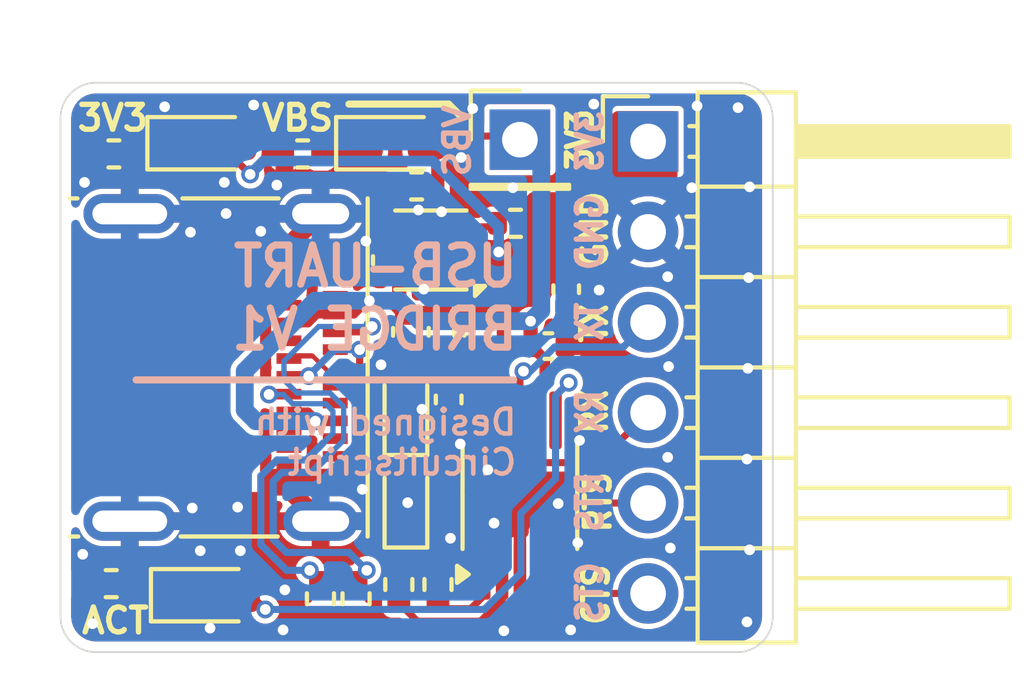
<source format=kicad_pcb>
(kicad_pcb (version 20241229) (generator "pcbnew") (generator_version "9.0")
  (layers (0 "F.Cu" signal) (2 "B.Cu" signal) (13 "F.Paste" user) (15 "B.Paste" user) (5 "F.SilkS" user "F.Silkscreen") (7 "B.SilkS" user "B.Silkscreen") (1 "F.Mask" user) (3 "B.Mask" user) (25 "Edge.Cuts" user))
  (net 0 "")
  (net 1 "/GND")
  (net 2 "/VBUS")
  (net 3 "/3V3")
  (net 4 "/NET-(R1-2)")
  (net 5 "/NET-(R2-2)")
  (net 6 "/D+")
  (net 7 "/D-")
  (net 8 "/NET-(D3-1)")
  (net 9 "/TNOW")
  (net 10 "/RXD")
  (net 11 "/TXD")
  (net 12 "/RTS#")
  (net 13 "/CTS#")
  (net 14 "/NET-(D4-1)")
  (net 15 "/NET-(U2-2)")
  (net 16 "/NET-(D5-1)")
  (net 17 "/NET-(J1-B10)")
  (net 18 "/NET-(J1-A11)")
  (net 19 "/NET-(J1-A2)")
  (net 20 "/NET-(J1-A3)")
  (net 21 "/NET-(J1-B5)")
  (net 22 "/NET-(J1-B3)")
  (net 23 "/NET-(J1-A8)")
  (net 24 "/NET-(J1-B11)")
  (net 25 "/NET-(J1-B2)")
  (net 26 "/NET-(J1-A10)")
  (net 27 "/NET-(J1-A5)")
  (net 28 "/NET-(J1-B8)")
  (net 29 "/NET-(R5-2)")
  (net 30 "/NET-(R4-2)")
  (footprint "Connector_USB:USB_C_Receptacle_Molex_105450-0101" (layer "F.Cu") (at 123 68 -90)
    (property "Reference" "J1" (hide yes))
    (property "Value" "")
    (fp_line (start -4.75 4.235) (end -4.75 4.025) (stroke (width 0.12)) (layer "F.SilkS"))
    (fp_line (start 4.75 4.225) (end 4.75 4) (stroke (width 0.12)) (layer "F.SilkS"))
    (fp_line (start 4.75 1.125) (end 4.75 -1.6) (stroke (width 0.12)) (layer "F.SilkS"))
    (fp_line (start -4.75 -1.625) (end -4.75 1.075) (stroke (width 0.12)) (layer "F.SilkS"))
    (fp_line (start -4.75 -4.125) (end 4.75 -4.125) (stroke (width 0.12)) (layer "F.SilkS"))
    (fp_line (start -3.125 -4.275) (end -2.9 -4.275) (stroke (width 0.12)) (layer "F.SilkS"))
    (pad "A1" smd rect (at -3 -3.215 270) (size 0.3 0.7) (layers "F.Cu" "F.Mask" "F.Paste") (net 1 "/GND"))
    (pad "A2" smd rect (at -2.5 -3.215 270) (size 0.3 0.7) (layers "F.Cu" "F.Mask" "F.Paste") (net 19 "/NET-(J1-A2)"))
    (pad "A3" smd rect (at -2 -3.215 270) (size 0.3 0.7) (layers "F.Cu" "F.Mask" "F.Paste") (net 20 "/NET-(J1-A3)"))
    (pad "A4" smd rect (at -1.5 -3.215 270) (size 0.3 0.7) (layers "F.Cu" "F.Mask" "F.Paste") (net 2 "/VBUS"))
    (pad "A5" smd rect (at -1 -3.215 270) (size 0.3 0.7) (layers "F.Cu" "F.Mask" "F.Paste") (net 27 "/NET-(J1-A5)"))
    (pad "A6" smd rect (at -0.5 -3.215 270) (size 0.3 0.7) (layers "F.Cu" "F.Mask" "F.Paste") (net 6 "/D+"))
    (pad "A7" smd rect (at 0.5 -3.215 270) (size 0.3 0.7) (layers "F.Cu" "F.Mask" "F.Paste") (net 7 "/D-"))
    (pad "A8" smd rect (at 1 -3.215 270) (size 0.3 0.7) (layers "F.Cu" "F.Mask" "F.Paste") (net 23 "/NET-(J1-A8)"))
    (pad "A9" smd rect (at 1.5 -3.215 270) (size 0.3 0.7) (layers "F.Cu" "F.Mask" "F.Paste") (net 2 "/VBUS"))
    (pad "A10" smd rect (at 2 -3.215 270) (size 0.3 0.7) (layers "F.Cu" "F.Mask" "F.Paste") (net 26 "/NET-(J1-A10)"))
    (pad "A11" smd rect (at 2.5 -3.215 270) (size 0.3 0.7) (layers "F.Cu" "F.Mask" "F.Paste") (net 18 "/NET-(J1-A11)"))
    (pad "A12" smd rect (at 3 -3.215 270) (size 0.3 0.7) (layers "F.Cu" "F.Mask" "F.Paste") (net 1 "/GND"))
    (pad "B1" smd rect (at 3.1 -1.915 270) (size 1 0.7) (layers "F.Cu" "F.Mask" "F.Paste") (net 1 "/GND"))
    (pad "B2" smd rect (at 2.25 -1.915 270) (size 0.3 0.7) (layers "F.Cu" "F.Mask" "F.Paste") (net 25 "/NET-(J1-B2)"))
    (pad "B3" smd rect (at 1.75 -1.915 270) (size 0.3 0.7) (layers "F.Cu" "F.Mask" "F.Paste") (net 22 "/NET-(J1-B3)"))
    (pad "B4" smd rect (at 1.25 -1.915 270) (size 0.3 0.7) (layers "F.Cu" "F.Mask" "F.Paste") (net 2 "/VBUS"))
    (pad "B5" smd rect (at 0.75 -1.915 270) (size 0.3 0.7) (layers "F.Cu" "F.Mask" "F.Paste") (net 21 "/NET-(J1-B5)"))
    (pad "B6" smd rect (at 0.25 -1.915 270) (size 0.3 0.7) (layers "F.Cu" "F.Mask" "F.Paste") (net 6 "/D+"))
    (pad "B7" smd rect (at -0.25 -1.915 270) (size 0.3 0.7) (layers "F.Cu" "F.Mask" "F.Paste") (net 7 "/D-"))
    (pad "B8" smd rect (at -0.75 -1.915 270) (size 0.3 0.7) (layers "F.Cu" "F.Mask" "F.Paste") (net 28 "/NET-(J1-B8)"))
    (pad "B9" smd rect (at -1.25 -1.915 270) (size 0.3 0.7) (layers "F.Cu" "F.Mask" "F.Paste") (net 2 "/VBUS"))
    (pad "B10" smd rect (at -1.75 -1.915 270) (size 0.3 0.7) (layers "F.Cu" "F.Mask" "F.Paste") (net 17 "/NET-(J1-B10)"))
    (pad "B11" smd rect (at -2.25 -1.915 270) (size 0.3 0.7) (layers "F.Cu" "F.Mask" "F.Paste") (net 24 "/NET-(J1-B11)"))
    (pad "B12" smd rect (at -3.1 -1.915 270) (size 1 0.7) (layers "F.Cu" "F.Mask" "F.Paste") (net 1 "/GND"))
    (pad "S1" thru_hole oval (at -4.32 -2.805 270) (size 1.1 2.1) (drill oval 0.6 1.6) (property pad_prop_heatsink) (layers "*.Cu" "*.Mask") (net 1 "/GND"))
    (pad "S1" thru_hole oval (at -4.32 2.555 270) (size 1.1 2.6) (drill oval 0.6 2.1) (property pad_prop_heatsink) (layers "*.Cu" "*.Mask") (net 1 "/GND"))
    (pad "S1" thru_hole oval (at 4.32 -2.805 270) (size 1.1 2.1) (drill oval 0.6 1.6) (property pad_prop_heatsink) (layers "*.Cu" "*.Mask") (net 1 "/GND"))
    (pad "S1" thru_hole oval (at 4.32 2.555 270) (size 1.1 2.6) (drill oval 0.6 2.1) (property pad_prop_heatsink) (layers "*.Cu" "*.Mask") (net 1 "/GND"))
    (zone (net 0) (net_name "") (layers "F.Cu" "Dwgs.User") (connect_pads (clearance 0)) (min_thickness 0.254)
      (keepout (tracks not_allowed) (vias not_allowed) (pads not_allowed) (copperpour not_allowed) (footprints not_allowed))
      (fill (thermal_gap 0.508) (thermal_bridge_width 0.508))
      (polygon (pts (xy 118.675 71.5) (xy 118.675 64.5) (xy 124.105 64.5) (xy 124.105 71.5)))
    )
  )
  (footprint "Package_SO:MSOP-10_3x3mm_P0.5mm" (layer "F.Cu") (at 131.4 71.6 90)
    (property "Reference" "U1" (hide yes))
    (property "Value" "")
    (fp_line (start 0 -1.61) (end 1.5 -1.61) (stroke (width 0.12)) (layer "F.SilkS"))
    (fp_line (start 0 -1.61) (end -1.5 -1.61) (stroke (width 0.12)) (layer "F.SilkS"))
    (fp_line (start 0 1.61) (end 1.5 1.61) (stroke (width 0.12)) (layer "F.SilkS"))
    (fp_line (start 0 1.61) (end -1.5 1.61) (stroke (width 0.12)) (layer "F.SilkS"))
    (fp_poly (pts (xy -2.2125 -1.435) (xy -2.4525 -1.765) (xy -1.9725 -1.765)) (stroke (width 0.12)) (fill yes) (layer "F.SilkS"))
    (pad "1" smd roundrect (at -2.1125 -1 90) (size 1.625 0.35) (layers "F.Cu" "F.Mask" "F.Paste") (net 4 "/NET-(R1-2)"))
    (pad "2" smd roundrect (at -2.1125 -0.5 90) (size 1.625 0.35) (layers "F.Cu" "F.Mask" "F.Paste") (net 5 "/NET-(R2-2)"))
    (pad "3" smd roundrect (at -2.1125 0 90) (size 1.625 0.35) (layers "F.Cu" "F.Mask" "F.Paste") (net 1 "/GND"))
    (pad "4" smd roundrect (at -2.1125 0.5 90) (size 1.625 0.35) (layers "F.Cu" "F.Mask" "F.Paste") (net 12 "/RTS#"))
    (pad "5" smd roundrect (at -2.1125 1 90) (size 1.625 0.35) (layers "F.Cu" "F.Mask" "F.Paste") (net 13 "/CTS#"))
    (pad "6" smd roundrect (at 2.1125 1 90) (size 1.625 0.35) (layers "F.Cu" "F.Mask" "F.Paste") (net 9 "/TNOW"))
    (pad "7" smd roundrect (at 2.1125 0.5 90) (size 1.625 0.35) (layers "F.Cu" "F.Mask" "F.Paste") (net 2 "/VBUS"))
    (pad "8" smd roundrect (at 2.1125 0 90) (size 1.625 0.35) (layers "F.Cu" "F.Mask" "F.Paste") (net 11 "/TXD"))
    (pad "9" smd roundrect (at 2.1125 -0.5 90) (size 1.625 0.35) (layers "F.Cu" "F.Mask" "F.Paste") (net 10 "/RXD"))
    (pad "10" smd roundrect (at 2.1125 -1 90) (size 1.625 0.35) (layers "F.Cu" "F.Mask" "F.Paste") (net 3 "/3V3"))
  )
  (footprint "Resistor_SMD:R_0402_1005Metric" (layer "F.Cu") (at 131.275 63.95 180)
    (property "Reference" "R5" (hide yes))
    (property "Value" "5.1k")
    (fp_line (start -0.153641 0.38) (end 0.153641 0.38) (stroke (width 0.12)) (layer "F.SilkS"))
    (fp_line (start -0.153641 -0.38) (end 0.153641 -0.38) (stroke (width 0.12)) (layer "F.SilkS"))
    (pad "1" smd roundrect (at -0.51 0 180) (size 0.54 0.64) (layers "F.Cu" "F.Mask" "F.Paste") (net 3 "/3V3"))
    (pad "2" smd roundrect (at 0.51 0 180) (size 0.54 0.64) (layers "F.Cu" "F.Mask" "F.Paste") (net 29 "/NET-(R5-2)"))
  )
  (footprint "Capacitor_SMD:C_0402_1005Metric" (layer "F.Cu") (at 130.2 67 -90)
    (property "Reference" "C6" (hide yes))
    (property "Value" "1u")
    (fp_line (start -0.107836 0.36) (end 0.107836 0.36) (stroke (width 0.12)) (layer "F.SilkS"))
    (fp_line (start -0.107836 -0.36) (end 0.107836 -0.36) (stroke (width 0.12)) (layer "F.SilkS"))
    (pad "1" smd roundrect (at -0.48 0 270) (size 0.56 0.62) (layers "F.Cu" "F.Mask" "F.Paste") (net 3 "/3V3"))
    (pad "2" smd roundrect (at 0.48 0 270) (size 0.56 0.62) (layers "F.Cu" "F.Mask" "F.Paste") (net 1 "/GND"))
  )
  (footprint "Resistor_SMD:R_0402_1005Metric" (layer "F.Cu") (at 128.5 62.9 180)
    (property "Reference" "R4" (hide yes))
    (property "Value" "5.1k")
    (fp_line (start -0.153641 0.38) (end 0.153641 0.38) (stroke (width 0.12)) (layer "F.SilkS"))
    (fp_line (start -0.153641 -0.38) (end 0.153641 -0.38) (stroke (width 0.12)) (layer "F.SilkS"))
    (pad "1" smd roundrect (at -0.51 0 180) (size 0.54 0.64) (layers "F.Cu" "F.Mask" "F.Paste") (net 2 "/VBUS"))
    (pad "2" smd roundrect (at 0.51 0 180) (size 0.54 0.64) (layers "F.Cu" "F.Mask" "F.Paste") (net 30 "/NET-(R4-2)"))
  )
  (footprint "Capacitor_SMD:C_0402_1005Metric" (layer "F.Cu") (at 129.2 67 -90)
    (property "Reference" "C5" (hide yes))
    (property "Value" "1u")
    (fp_line (start -0.107836 0.36) (end 0.107836 0.36) (stroke (width 0.12)) (layer "F.SilkS"))
    (fp_line (start -0.107836 -0.36) (end 0.107836 -0.36) (stroke (width 0.12)) (layer "F.SilkS"))
    (pad "1" smd roundrect (at -0.48 0 270) (size 0.56 0.62) (layers "F.Cu" "F.Mask" "F.Paste") (net 2 "/VBUS"))
    (pad "2" smd roundrect (at 0.48 0 270) (size 0.56 0.62) (layers "F.Cu" "F.Mask" "F.Paste") (net 1 "/GND"))
  )
  (footprint "Connector_PinHeader_2.54mm:PinHeader_1x06_P2.54mm_Horizontal" (layer "F.Cu") (at 135 61.65)
    (property "Reference" "J2" (hide yes))
    (property "Value" "")
    (fp_line (start -1.27 -1.27) (end 0 -1.27) (stroke (width 0.12)) (layer "F.SilkS"))
    (fp_line (start -1.27 0) (end -1.27 -1.27) (stroke (width 0.12)) (layer "F.SilkS"))
    (fp_line (start 1.077358 2.11) (end 1.39 2.11) (stroke (width 0.12)) (layer "F.SilkS"))
    (fp_line (start 1.077358 2.97) (end 1.39 2.97) (stroke (width 0.12)) (layer "F.SilkS"))
    (fp_line (start 1.077358 4.65) (end 1.39 4.65) (stroke (width 0.12)) (layer "F.SilkS"))
    (fp_line (start 1.077358 5.51) (end 1.39 5.51) (stroke (width 0.12)) (layer "F.SilkS"))
    (fp_line (start 1.077358 7.19) (end 1.39 7.19) (stroke (width 0.12)) (layer "F.SilkS"))
    (fp_line (start 1.077358 8.05) (end 1.39 8.05) (stroke (width 0.12)) (layer "F.SilkS"))
    (fp_line (start 1.077358 9.73) (end 1.39 9.73) (stroke (width 0.12)) (layer "F.SilkS"))
    (fp_line (start 1.077358 10.59) (end 1.39 10.59) (stroke (width 0.12)) (layer "F.SilkS"))
    (fp_line (start 1.077358 12.27) (end 1.39 12.27) (stroke (width 0.12)) (layer "F.SilkS"))
    (fp_line (start 1.077358 13.13) (end 1.39 13.13) (stroke (width 0.12)) (layer "F.SilkS"))
    (fp_line (start 1.16 -0.43) (end 1.39 -0.43) (stroke (width 0.12)) (layer "F.SilkS"))
    (fp_line (start 1.16 0.43) (end 1.39 0.43) (stroke (width 0.12)) (layer "F.SilkS"))
    (fp_line (start 1.39 -1.38) (end 1.39 14.08) (stroke (width 0.12)) (layer "F.SilkS"))
    (fp_line (start 1.39 1.27) (end 4.15 1.27) (stroke (width 0.12)) (layer "F.SilkS"))
    (fp_line (start 1.39 3.81) (end 4.15 3.81) (stroke (width 0.12)) (layer "F.SilkS"))
    (fp_line (start 1.39 6.35) (end 4.15 6.35) (stroke (width 0.12)) (layer "F.SilkS"))
    (fp_line (start 1.39 8.89) (end 4.15 8.89) (stroke (width 0.12)) (layer "F.SilkS"))
    (fp_line (start 1.39 11.43) (end 4.15 11.43) (stroke (width 0.12)) (layer "F.SilkS"))
    (fp_line (start 1.39 14.08) (end 4.15 14.08) (stroke (width 0.12)) (layer "F.SilkS"))
    (fp_line (start 4.15 -1.38) (end 1.39 -1.38) (stroke (width 0.12)) (layer "F.SilkS"))
    (fp_line (start 4.15 2.11) (end 10.15 2.11) (stroke (width 0.12)) (layer "F.SilkS"))
    (fp_line (start 4.15 4.65) (end 10.15 4.65) (stroke (width 0.12)) (layer "F.SilkS"))
    (fp_line (start 4.15 7.19) (end 10.15 7.19) (stroke (width 0.12)) (layer "F.SilkS"))
    (fp_line (start 4.15 9.73) (end 10.15 9.73) (stroke (width 0.12)) (layer "F.SilkS"))
    (fp_line (start 4.15 12.27) (end 10.15 12.27) (stroke (width 0.12)) (layer "F.SilkS"))
    (fp_line (start 4.15 14.08) (end 4.15 -1.38) (stroke (width 0.12)) (layer "F.SilkS"))
    (fp_line (start 10.15 2.11) (end 10.15 2.97) (stroke (width 0.12)) (layer "F.SilkS"))
    (fp_line (start 10.15 2.97) (end 4.15 2.97) (stroke (width 0.12)) (layer "F.SilkS"))
    (fp_line (start 10.15 4.65) (end 10.15 5.51) (stroke (width 0.12)) (layer "F.SilkS"))
    (fp_line (start 10.15 5.51) (end 4.15 5.51) (stroke (width 0.12)) (layer "F.SilkS"))
    (fp_line (start 10.15 7.19) (end 10.15 8.05) (stroke (width 0.12)) (layer "F.SilkS"))
    (fp_line (start 10.15 8.05) (end 4.15 8.05) (stroke (width 0.12)) (layer "F.SilkS"))
    (fp_line (start 10.15 9.73) (end 10.15 10.59) (stroke (width 0.12)) (layer "F.SilkS"))
    (fp_line (start 10.15 10.59) (end 4.15 10.59) (stroke (width 0.12)) (layer "F.SilkS"))
    (fp_line (start 10.15 12.27) (end 10.15 13.13) (stroke (width 0.12)) (layer "F.SilkS"))
    (fp_line (start 10.15 13.13) (end 4.15 13.13) (stroke (width 0.12)) (layer "F.SilkS"))
    (fp_rect (start 4.15 -0.43) (end 10.15 0.43) (stroke (width 0.12)) (fill yes) (layer "F.SilkS"))
    (pad "1" thru_hole rect (at 0 0) (size 1.7 1.7) (drill 1) (layers "*.Cu" "*.Mask") (net 3 "/3V3"))
    (pad "2" thru_hole circle (at 0 2.54) (size 1.7 1.7) (drill 1) (layers "*.Cu" "*.Mask") (net 1 "/GND"))
    (pad "3" thru_hole circle (at 0 5.08) (size 1.7 1.7) (drill 1) (layers "*.Cu" "*.Mask") (net 11 "/TXD"))
    (pad "4" thru_hole circle (at 0 7.62) (size 1.7 1.7) (drill 1) (layers "*.Cu" "*.Mask") (net 10 "/RXD"))
    (pad "5" thru_hole circle (at 0 10.16) (size 1.7 1.7) (drill 1) (layers "*.Cu" "*.Mask") (net 12 "/RTS#"))
    (pad "6" thru_hole circle (at 0 12.7) (size 1.7 1.7) (drill 1) (layers "*.Cu" "*.Mask") (net 13 "/CTS#"))
  )
  (footprint "Resistor_SMD:R_0402_1005Metric" (layer "F.Cu") (at 125.3 62 180)
    (property "Reference" "R7" (hide yes))
    (property "Value" "5.1k")
    (fp_line (start -0.153641 0.38) (end 0.153641 0.38) (stroke (width 0.12)) (layer "F.SilkS"))
    (fp_line (start -0.153641 -0.38) (end 0.153641 -0.38) (stroke (width 0.12)) (layer "F.SilkS"))
    (pad "1" smd roundrect (at -0.51 0 180) (size 0.54 0.64) (layers "F.Cu" "F.Mask" "F.Paste") (net 16 "/NET-(D5-1)"))
    (pad "2" smd roundrect (at 0.51 0 180) (size 0.54 0.64) (layers "F.Cu" "F.Mask" "F.Paste") (net 1 "/GND"))
  )
  (footprint "Capacitor_SMD:C_0402_1005Metric" (layer "F.Cu") (at 129.4 68.9 -90)
    (property "Reference" "C3" (hide yes))
    (property "Value" "100n")
    (fp_line (start -0.107836 0.36) (end 0.107836 0.36) (stroke (width 0.12)) (layer "F.SilkS"))
    (fp_line (start -0.107836 -0.36) (end 0.107836 -0.36) (stroke (width 0.12)) (layer "F.SilkS"))
    (pad "1" smd roundrect (at -0.48 0 270) (size 0.56 0.62) (layers "F.Cu" "F.Mask" "F.Paste") (net 3 "/3V3"))
    (pad "2" smd roundrect (at 0.48 0 270) (size 0.56 0.62) (layers "F.Cu" "F.Mask" "F.Paste") (net 1 "/GND"))
  )
  (footprint "Package_SON:WSON-6-1EP_2x2mm_P0.65mm_EP1x1.6mm_ThermalVias" (layer "F.Cu") (at 128.9 64.7 180)
    (property "Reference" "U2" (hide yes))
    (property "Value" "")
    (fp_line (start -1 1.11) (end 1 1.11) (stroke (width 0.12)) (layer "F.SilkS"))
    (fp_line (start -1 -1.11) (end 1 -1.11) (stroke (width 0.12)) (layer "F.SilkS"))
    (fp_poly (pts (xy -1.24 -1.01) (xy -1.52 -1.01) (xy -1.24 -1.29)) (stroke (width 0.12)) (fill yes) (layer "F.SilkS"))
    (pad "1" smd roundrect (at -0.8875 -0.65 180) (size 0.375 0.4) (layers "F.Cu" "F.Mask" "F.Paste") (net 3 "/3V3"))
    (pad "2" smd roundrect (at -0.8875 0 180) (size 0.375 0.4) (layers "F.Cu" "F.Mask" "F.Paste") (net 15 "/NET-(U2-2)"))
    (pad "3" smd roundrect (at -0.8875 0.65 180) (size 0.375 0.4) (layers "F.Cu" "F.Mask" "F.Paste") (net 29 "/NET-(R5-2)"))
    (pad "4" smd roundrect (at 0.8875 0.65 180) (size 0.375 0.4) (layers "F.Cu" "F.Mask" "F.Paste") (net 30 "/NET-(R4-2)"))
    (pad "5" smd roundrect (at 0.8875 0 180) (size 0.375 0.4) (layers "F.Cu" "F.Mask" "F.Paste") (net 1 "/GND"))
    (pad "6" smd roundrect (at 0.8875 -0.65 180) (size 0.375 0.4) (layers "F.Cu" "F.Mask" "F.Paste") (net 2 "/VBUS"))
    (pad "7" smd rect (at 0 0 180) (size 1 1.6) (property pad_prop_heatsink) (layers "F.Cu" "F.Mask") (net 1 "/GND"))
  )
  (footprint "Resistor_SMD:R_0402_1005Metric" (layer "F.Cu") (at 120 62 180)
    (property "Reference" "R6" (hide yes))
    (property "Value" "5.1k")
    (fp_line (start -0.153641 0.38) (end 0.153641 0.38) (stroke (width 0.12)) (layer "F.SilkS"))
    (fp_line (start -0.153641 -0.38) (end 0.153641 -0.38) (stroke (width 0.12)) (layer "F.SilkS"))
    (pad "1" smd roundrect (at -0.51 0 180) (size 0.54 0.64) (layers "F.Cu" "F.Mask" "F.Paste") (net 14 "/NET-(D4-1)"))
    (pad "2" smd roundrect (at 0.51 0 180) (size 0.54 0.64) (layers "F.Cu" "F.Mask" "F.Paste") (net 1 "/GND"))
  )
  (footprint "Connector_PinHeader_2.54mm:PinHeader_1x01_P2.54mm_Vertical" (layer "F.Cu") (at 131.4 61.6)
    (property "Reference" "J3" (hide yes))
    (property "Value" "")
    (fp_line (start -1.38 -1.38) (end 0 -1.38) (stroke (width 0.12)) (layer "F.SilkS"))
    (fp_line (start -1.38 0) (end -1.38 -1.38) (stroke (width 0.12)) (layer "F.SilkS"))
    (fp_line (start -1.38 1.27) (end -1.38 1.38) (stroke (width 0.12)) (layer "F.SilkS"))
    (fp_line (start -1.38 1.27) (end 1.38 1.27) (stroke (width 0.12)) (layer "F.SilkS"))
    (fp_line (start -1.38 1.38) (end 1.38 1.38) (stroke (width 0.12)) (layer "F.SilkS"))
    (fp_line (start 1.38 1.27) (end 1.38 1.38) (stroke (width 0.12)) (layer "F.SilkS"))
    (pad "1" thru_hole rect (at 0 0) (size 1.7 1.7) (drill 1) (layers "*.Cu" "*.Mask") (net 2 "/VBUS"))
  )
  (footprint "Resistor_SMD:R_0402_1005Metric" (layer "F.Cu") (at 125.8 74.5 -90)
    (property "Reference" "R9" (hide yes))
    (property "Value" "5.1k")
    (fp_line (start -0.153641 0.38) (end 0.153641 0.38) (stroke (width 0.12)) (layer "F.SilkS"))
    (fp_line (start -0.153641 -0.38) (end 0.153641 -0.38) (stroke (width 0.12)) (layer "F.SilkS"))
    (pad "1" smd roundrect (at -0.51 0 270) (size 0.54 0.64) (layers "F.Cu" "F.Mask" "F.Paste") (net 21 "/NET-(J1-B5)"))
    (pad "2" smd roundrect (at 0.51 0 270) (size 0.54 0.64) (layers "F.Cu" "F.Mask" "F.Paste") (net 1 "/GND"))
  )
  (footprint "Resistor_SMD:R_0402_1005Metric" (layer "F.Cu") (at 128 74.1 -90)
    (property "Reference" "R2" (hide yes))
    (property "Value" "0")
    (fp_line (start -0.153641 0.38) (end 0.153641 0.38) (stroke (width 0.12)) (layer "F.SilkS"))
    (fp_line (start -0.153641 -0.38) (end 0.153641 -0.38) (stroke (width 0.12)) (layer "F.SilkS"))
    (pad "1" smd roundrect (at -0.51 0 270) (size 0.54 0.64) (layers "F.Cu" "F.Mask" "F.Paste") (net 7 "/D-"))
    (pad "2" smd roundrect (at 0.51 0 270) (size 0.54 0.64) (layers "F.Cu" "F.Mask" "F.Paste") (net 5 "/NET-(R2-2)"))
  )
  (footprint "LED_SMD:LED_0603_1608Metric_Pad1.05x0.95mm_HandSolder" (layer "F.Cu") (at 127.9 61.7)
    (property "Reference" "D5" (hide yes))
    (property "Value" "")
    (fp_line (start -1.66 -0.735) (end -1.66 0.735) (stroke (width 0.12)) (layer "F.SilkS"))
    (fp_line (start -1.66 0.735) (end 0.8 0.735) (stroke (width 0.12)) (layer "F.SilkS"))
    (fp_line (start 0.8 -0.735) (end -1.66 -0.735) (stroke (width 0.12)) (layer "F.SilkS"))
    (pad "1" smd roundrect (at -0.875 0) (size 1.05 0.95) (layers "F.Cu" "F.Mask" "F.Paste") (net 16 "/NET-(D5-1)"))
    (pad "2" smd roundrect (at 0.875 0) (size 1.05 0.95) (layers "F.Cu" "F.Mask" "F.Paste") (net 2 "/VBUS"))
  )
  (footprint "Diode_SMD:D_SOD-523" (layer "F.Cu") (at 128.2 71.8 90)
    (property "Reference" "D2" (hide yes))
    (property "Value" "")
    (fp_line (start 0.7 -0.6) (end -1.26 -0.6) (stroke (width 0.12)) (layer "F.SilkS"))
    (fp_line (start -1.26 -0.6) (end -1.26 0.6) (stroke (width 0.12)) (layer "F.SilkS"))
    (fp_line (start 0.7 0.6) (end -1.26 0.6) (stroke (width 0.12)) (layer "F.SilkS"))
    (pad "1" smd roundrect (at -0.7 0 270) (size 0.6 0.7) (layers "F.Cu" "F.Mask" "F.Paste") (net 7 "/D-"))
    (pad "2" smd roundrect (at 0.7 0 270) (size 0.6 0.7) (layers "F.Cu" "F.Mask" "F.Paste") (net 1 "/GND"))
  )
  (footprint "Capacitor_SMD:C_0402_1005Metric" (layer "F.Cu") (at 128.2 67 -90)
    (property "Reference" "C1" (hide yes))
    (property "Value" "100n")
    (fp_line (start -0.107836 0.36) (end 0.107836 0.36) (stroke (width 0.12)) (layer "F.SilkS"))
    (fp_line (start -0.107836 -0.36) (end 0.107836 -0.36) (stroke (width 0.12)) (layer "F.SilkS"))
    (pad "1" smd roundrect (at -0.48 0 270) (size 0.56 0.62) (layers "F.Cu" "F.Mask" "F.Paste") (net 2 "/VBUS"))
    (pad "2" smd roundrect (at 0.48 0 270) (size 0.56 0.62) (layers "F.Cu" "F.Mask" "F.Paste") (net 1 "/GND"))
  )
  (footprint "Capacitor_SMD:C_0402_1005Metric" (layer "F.Cu") (at 132.7 65.8 -90)
    (property "Reference" "C4" (hide yes))
    (property "Value" "100n")
    (fp_line (start -0.107836 0.36) (end 0.107836 0.36) (stroke (width 0.12)) (layer "F.SilkS"))
    (fp_line (start -0.107836 -0.36) (end 0.107836 -0.36) (stroke (width 0.12)) (layer "F.SilkS"))
    (pad "1" smd roundrect (at -0.48 0 270) (size 0.56 0.62) (layers "F.Cu" "F.Mask" "F.Paste") (net 3 "/3V3"))
    (pad "2" smd roundrect (at 0.48 0 270) (size 0.56 0.62) (layers "F.Cu" "F.Mask" "F.Paste") (net 1 "/GND"))
  )
  (footprint "LED_SMD:LED_0603_1608Metric_Pad1.05x0.95mm_HandSolder" (layer "F.Cu") (at 122.7 74.4)
    (property "Reference" "D3" (hide yes))
    (property "Value" "")
    (fp_line (start -1.66 -0.735) (end -1.66 0.735) (stroke (width 0.12)) (layer "F.SilkS"))
    (fp_line (start -1.66 0.735) (end 0.8 0.735) (stroke (width 0.12)) (layer "F.SilkS"))
    (fp_line (start 0.8 -0.735) (end -1.66 -0.735) (stroke (width 0.12)) (layer "F.SilkS"))
    (pad "1" smd roundrect (at -0.875 0) (size 1.05 0.95) (layers "F.Cu" "F.Mask" "F.Paste") (net 8 "/NET-(D3-1)"))
    (pad "2" smd roundrect (at 0.875 0) (size 1.05 0.95) (layers "F.Cu" "F.Mask" "F.Paste") (net 9 "/TNOW"))
  )
  (footprint "Resistor_SMD:R_0402_1005Metric" (layer "F.Cu") (at 126.8 74.5 -90)
    (property "Reference" "R8" (hide yes))
    (property "Value" "5.1k")
    (fp_line (start -0.153641 0.38) (end 0.153641 0.38) (stroke (width 0.12)) (layer "F.SilkS"))
    (fp_line (start -0.153641 -0.38) (end 0.153641 -0.38) (stroke (width 0.12)) (layer "F.SilkS"))
    (pad "1" smd roundrect (at -0.51 0 270) (size 0.54 0.64) (layers "F.Cu" "F.Mask" "F.Paste") (net 27 "/NET-(J1-A5)"))
    (pad "2" smd roundrect (at 0.51 0 270) (size 0.54 0.64) (layers "F.Cu" "F.Mask" "F.Paste") (net 1 "/GND"))
  )
  (footprint "Diode_SMD:D_SOD-523" (layer "F.Cu") (at 128.2 69.2 90)
    (property "Reference" "D1" (hide yes))
    (property "Value" "")
    (fp_line (start 0.7 -0.6) (end -1.26 -0.6) (stroke (width 0.12)) (layer "F.SilkS"))
    (fp_line (start -1.26 -0.6) (end -1.26 0.6) (stroke (width 0.12)) (layer "F.SilkS"))
    (fp_line (start 0.7 0.6) (end -1.26 0.6) (stroke (width 0.12)) (layer "F.SilkS"))
    (pad "1" smd roundrect (at -0.7 0 270) (size 0.6 0.7) (layers "F.Cu" "F.Mask" "F.Paste") (net 6 "/D+"))
    (pad "2" smd roundrect (at 0.7 0 270) (size 0.6 0.7) (layers "F.Cu" "F.Mask" "F.Paste") (net 1 "/GND"))
  )
  (footprint "LED_SMD:LED_0603_1608Metric_Pad1.05x0.95mm_HandSolder" (layer "F.Cu") (at 122.6 61.7)
    (property "Reference" "D4" (hide yes))
    (property "Value" "")
    (fp_line (start -1.66 -0.735) (end -1.66 0.735) (stroke (width 0.12)) (layer "F.SilkS"))
    (fp_line (start -1.66 0.735) (end 0.8 0.735) (stroke (width 0.12)) (layer "F.SilkS"))
    (fp_line (start 0.8 -0.735) (end -1.66 -0.735) (stroke (width 0.12)) (layer "F.SilkS"))
    (pad "1" smd roundrect (at -0.875 0) (size 1.05 0.95) (layers "F.Cu" "F.Mask" "F.Paste") (net 14 "/NET-(D4-1)"))
    (pad "2" smd roundrect (at 0.875 0) (size 1.05 0.95) (layers "F.Cu" "F.Mask" "F.Paste") (net 3 "/3V3"))
  )
  (footprint "Resistor_SMD:R_0402_1005Metric" (layer "F.Cu") (at 129.1 74.1 -90)
    (property "Reference" "R1" (hide yes))
    (property "Value" "0")
    (fp_line (start -0.153641 0.38) (end 0.153641 0.38) (stroke (width 0.12)) (layer "F.SilkS"))
    (fp_line (start -0.153641 -0.38) (end 0.153641 -0.38) (stroke (width 0.12)) (layer "F.SilkS"))
    (pad "1" smd roundrect (at -0.51 0 270) (size 0.54 0.64) (layers "F.Cu" "F.Mask" "F.Paste") (net 6 "/D+"))
    (pad "2" smd roundrect (at 0.51 0 270) (size 0.54 0.64) (layers "F.Cu" "F.Mask" "F.Paste") (net 4 "/NET-(R1-2)"))
  )
  (footprint "Resistor_SMD:R_0402_1005Metric" (layer "F.Cu") (at 119.925 74.075 180)
    (property "Reference" "R3" (hide yes))
    (property "Value" "5.1k")
    (fp_line (start -0.153641 0.38) (end 0.153641 0.38) (stroke (width 0.12)) (layer "F.SilkS"))
    (fp_line (start -0.153641 -0.38) (end 0.153641 -0.38) (stroke (width 0.12)) (layer "F.SilkS"))
    (pad "1" smd roundrect (at -0.51 0 180) (size 0.54 0.64) (layers "F.Cu" "F.Mask" "F.Paste") (net 8 "/NET-(D3-1)"))
    (pad "2" smd roundrect (at 0.51 0 180) (size 0.54 0.64) (layers "F.Cu" "F.Mask" "F.Paste") (net 1 "/GND"))
  )
  (footprint "Capacitor_SMD:C_0402_1005Metric" (layer "F.Cu") (at 132.2 67.4)
    (property "Reference" "C2" (hide yes))
    (property "Value" "100n")
    (fp_line (start -0.107836 -0.36) (end 0.107836 -0.36) (stroke (width 0.12)) (layer "F.SilkS"))
    (fp_line (start -0.107836 0.36) (end 0.107836 0.36) (stroke (width 0.12)) (layer "F.SilkS"))
    (pad "1" smd roundrect (at -0.48 0) (size 0.56 0.62) (layers "F.Cu" "F.Mask" "F.Paste") (net 2 "/VBUS"))
    (pad "2" smd roundrect (at 0.48 0) (size 0.56 0.62) (layers "F.Cu" "F.Mask" "F.Paste") (net 1 "/GND"))
  )
  (gr_line (start 126.6 60.6) (end 129.4 60.6) (stroke (width 0.2)) (layer "F.SilkS"))
  (gr_line (start 129.4 60.6) (end 129.7 60.9) (stroke (width 0.2)) (layer "F.SilkS"))
  (gr_line (start 131.225 68.35) (end 120.625 68.35) (stroke (width 0.2)) (layer "B.SilkS"))
  (gr_line (start 138.5 61) (end 138.5 75) (stroke (width 0.05)) (layer "Edge.Cuts"))
  (gr_arc (start 137.5 60) (mid 138.207107 60.292893) (end 138.5 61) (stroke (width 0.05)) (layer "Edge.Cuts"))
  (gr_line (start 119.5 60) (end 137.5 60) (stroke (width 0.05)) (layer "Edge.Cuts"))
  (gr_line (start 118.5 75) (end 118.5 61) (stroke (width 0.05)) (layer "Edge.Cuts"))
  (gr_line (start 137.5 76) (end 119.5 76) (stroke (width 0.05)) (layer "Edge.Cuts"))
  (gr_arc (start 119.5 76) (mid 118.792893 75.707107) (end 118.5 75) (stroke (width 0.05)) (layer "Edge.Cuts"))
  (gr_arc (start 118.5 61) (mid 118.792893 60.292893) (end 119.5 60) (stroke (width 0.05)) (layer "Edge.Cuts"))
  (gr_arc (start 138.5 75) (mid 138.207107 75.707107) (end 137.5 76) (stroke (width 0.05)) (layer "Edge.Cuts"))
  (gr_text "TX" (at 133.9 67.375 90) (layer "F.SilkS") (effects (font (size 0.7 0.6) (thickness 0.15) (bold yes)) (justify left bottom)))
  (gr_text "ACT" (at 119.025 75.525 0) (layer "F.SilkS") (effects (font (size 0.7 0.7) (thickness 0.15) (bold yes)) (justify left bottom)))
  (gr_text "GND" (at 133.9 65.3 90) (layer "F.SilkS") (effects (font (size 0.7 0.7) (thickness 0.15) (bold yes)) (justify left bottom)))
  (gr_text "VBS" (at 124.075 61.4 0) (layer "F.SilkS") (effects (font (size 0.7 0.7) (thickness 0.15) (bold yes)) (justify left bottom)))
  (gr_text "CTS" (at 133.95 75.3 90) (layer "F.SilkS") (effects (font (size 0.7 0.6) (thickness 0.15) (bold yes)) (justify left bottom)))
  (gr_text "RTS" (at 134 72.7 90) (layer "F.SilkS") (effects (font (size 0.7 0.6) (thickness 0.15) (bold yes)) (justify left bottom)))
  (gr_text "RX" (at 133.9 69.925 90) (layer "F.SilkS") (effects (font (size 0.7 0.6) (thickness 0.15) (bold yes)) (justify left bottom)))
  (gr_text "3V3" (at 133.5 62.525 90) (layer "F.SilkS") (effects (font (size 0.7 0.6) (thickness 0.15) (bold yes)) (justify left bottom)))
  (gr_text "3V3" (at 118.9 61.4 0) (layer "F.SilkS") (effects (font (size 0.7 0.7) (thickness 0.15) (bold yes)) (justify left bottom)))
  (gr_text "VBS" (at 130.05 60.55 90) (layer "B.SilkS") (effects (font (size 0.7 0.7) (thickness 0.15) (bold yes)) (justify left bottom mirror)))
  (gr_text "RTS" (at 133.775 70.867857 90) (layer "B.SilkS") (effects (font (size 0.7 0.6) (thickness 0.15) (bold yes)) (justify left bottom mirror)))
  (gr_text "3V3" (at 133.775 60.725 90) (layer "B.SilkS") (effects (font (size 0.7 0.6) (thickness 0.15) (bold yes)) (justify left bottom mirror)))
  (gr_text "Designed with\nCircuitscript" (at 131.375 71.075 0) (layer "B.SilkS") (effects (font (size 0.7 0.7) (thickness 0.127) (bold yes)) (justify left bottom mirror)))
  (gr_text "CTS" (at 133.775 73.4 90) (layer "B.SilkS") (effects (font (size 0.7 0.6) (thickness 0.15) (bold yes)) (justify left bottom mirror)))
  (gr_text "USB-UART\nBRIDGE V1" (at 131.425 67.575 0) (layer "B.SilkS") (effects (font (size 1.1 1) (thickness 0.2) (bold yes)) (justify left bottom mirror)))
  (gr_text "GND" (at 133.775 63.029049 90) (layer "B.SilkS") (effects (font (size 0.7 0.7) (thickness 0.15) (bold yes)) (justify left bottom mirror)))
  (gr_text "TX" (at 133.775 66.103572 90) (layer "B.SilkS") (effects (font (size 0.7 0.6) (thickness 0.15) (bold yes)) (justify left bottom mirror)))
  (gr_text "RX" (at 133.775 68.564286 90) (layer "B.SilkS") (effects (font (size 0.7 0.6) (thickness 0.15) (bold yes)) (justify left bottom mirror)))
  (segment (start 128.2 68.325) (end 127.8 67.925) (width 0.2) (layer "F.Cu") (net 1))
  (segment (start 124.915 71.1) (end 124.915 71.43) (width 0.5) (layer "F.Cu") (net 1))
  (segment (start 128.2 68.5) (end 128.2 68.325) (width 0.2) (layer "F.Cu") (net 1))
  (segment (start 124.915 64.57) (end 125.805 63.68) (width 0.5) (layer "F.Cu") (net 1))
  (segment (start 127.8 67.925) (end 127.5 67.925) (width 0.2) (layer "F.Cu") (net 1))
  (segment (start 124.915 64.9) (end 124.915 64.57) (width 0.5) (layer "F.Cu") (net 1))
  (segment (start 124.915 71.43) (end 125.805 72.32) (width 0.5) (layer "F.Cu") (net 1))
  (via (at 119.175 62.8) (size 0.5) (drill 0.3) (layers "F.Cu" "B.Cu") (net 1))
  (via (at 123.925 60.625) (size 0.5) (drill 0.3) (layers "F.Cu" "B.Cu") (net 1))
  (via (at 123.55 73.15) (size 0.5) (drill 0.3) (layers "F.Cu" "B.Cu") (net 1))
  (via (at 127.5 67.925) (size 0.5) (drill 0.3) (layers "F.Cu" "B.Cu") (net 1))
  (via (at 137.85 62.925) (size 0.5) (drill 0.3) (layers "F.Cu" "B.Cu") (net 1))
  (via (at 121.425 60.675) (size 0.5) (drill 0.3) (layers "F.Cu" "B.Cu") (net 1))
  (via (at 128.25 71.8) (size 0.5) (drill 0.3) (layers "F.Cu" "B.Cu") (net 1))
  (via (at 129.2 63.625) (size 0.5) (drill 0.3) (layers "F.Cu" "B.Cu") (net 1))
  (via (at 122.2 71.95) (size 0.5) (drill 0.3) (layers "F.Cu" "B.Cu") (net 1))
  (via (at 122.15 64.2) (size 0.5) (drill 0.3) (layers "F.Cu" "B.Cu") (net 1))
  (via (at 128.55 63.575) (size 0.5) (drill 0.3) (layers "F.Cu" "B.Cu") (net 1))
  (via (at 130.95 75.4) (size 0.5) (drill 0.3) (layers "F.Cu" "B.Cu") (net 1))
  (via (at 130.5 70.875) (size 0.5) (drill 0.3) (layers "F.Cu" "B.Cu") (net 1))
  (via (at 129.725 70.15) (size 0.5) (drill 0.3) (layers "F.Cu" "B.Cu") (net 1))
  (via (at 136.225 62.95) (size 0.5) (drill 0.3) (layers "F.Cu" "B.Cu") (net 1))
  (via (at 133.475 60.6) (size 0.5) (drill 0.3) (layers "F.Cu" "B.Cu") (net 1))
  (via (at 129.75 62.1) (size 0.5) (drill 0.3) (layers "F.Cu" "B.Cu") (net 1))
  (via (at 122.425 73.15) (size 0.5) (drill 0.3) (layers "F.Cu" "B.Cu") (net 1))
  (via (at 122.7 75.325) (size 0.5) (drill 0.3) (layers "F.Cu" "B.Cu") (net 1))
  (via (at 128.65 69.175) (size 0.5) (drill 0.3) (layers "F.Cu" "B.Cu") (net 1))
  (via (at 135.55 65.45) (size 0.5) (drill 0.3) (layers "F.Cu" "B.Cu") (net 1))
  (via (at 124.75 75.375) (size 0.5) (drill 0.3) (layers "F.Cu" "B.Cu") (net 1))
  (via (at 137.825 65.475) (size 0.5) (drill 0.3) (layers "F.Cu" "B.Cu") (net 1))
  (via (at 119.125 73.25) (size 0.5) (drill 0.3) (layers "F.Cu" "B.Cu") (net 1))
  (via (at 126.975 71.425) (size 0.5) (drill 0.3) (layers "F.Cu" "B.Cu") (net 1))
  (via (at 137.525 60.7) (size 0.5) (drill 0.3) (layers "F.Cu" "B.Cu") (net 1))
  (via (at 128.7 65.8) (size 0.5) (drill 0.3) (layers "F.Cu" "B.Cu") (net 1))
  (via (at 124.575 62.875) (size 0.5) (drill 0.3) (layers "F.Cu" "B.Cu") (net 1))
  (via (at 130.075 60.725) (size 0.5) (drill 0.3) (layers "F.Cu" "B.Cu") (net 1))
  (via (at 135.575 67.975) (size 0.5) (drill 0.3) (layers "F.Cu" "B.Cu") (net 1))
  (via (at 136.375 60.65) (size 0.5) (drill 0.3) (layers "F.Cu" "B.Cu") (net 1))
  (via (at 127.075 64.45) (size 0.5) (drill 0.3) (layers "F.Cu" "B.Cu") (net 1))
  (via (at 123.475 71.925) (size 0.5) (drill 0.3) (layers "F.Cu" "B.Cu") (net 1))
  (via (at 119.4 75.2) (size 0.5) (drill 0.3) (layers "F.Cu" "B.Cu") (net 1))
  (via (at 132.825 75.375) (size 0.5) (drill 0.3) (layers "F.Cu" "B.Cu") (net 1))
  (via (at 137.775 75.15) (size 0.5) (drill 0.3) (layers "F.Cu" "B.Cu") (net 1))
  (via (at 131.2 62.95) (size 0.5) (drill 0.3) (layers "F.Cu" "B.Cu") (net 1))
  (via (at 135.55 70.525) (size 0.5) (drill 0.3) (layers "F.Cu" "B.Cu") (net 1))
  (via (at 135.625 73.075) (size 0.5) (drill 0.3) (layers "F.Cu" "B.Cu") (net 1))
  (via (at 124.8 74.25) (size 0.5) (drill 0.3) (layers "F.Cu" "B.Cu") (net 1))
  (via (at 132.475 71.825) (size 0.5) (drill 0.3) (layers "F.Cu" "B.Cu") (net 1))
  (via (at 137.775 70.575) (size 0.5) (drill 0.3) (layers "F.Cu" "B.Cu") (net 1))
  (via (at 137.8 68.025) (size 0.5) (drill 0.3) (layers "F.Cu" "B.Cu") (net 1))
  (via (at 130.675 72.375) (size 0.5) (drill 0.3) (layers "F.Cu" "B.Cu") (net 1))
  (via (at 133.025 72.925) (size 0.5) (drill 0.3) (layers "F.Cu" "B.Cu") (net 1))
  (via (at 129.45 72.8) (size 0.5) (drill 0.3) (layers "F.Cu" "B.Cu") (net 1))
  (via (at 133.075 70.05) (size 0.5) (drill 0.3) (layers "F.Cu" "B.Cu") (net 1))
  (via (at 133.625 65.825) (size 0.5) (drill 0.3) (layers "F.Cu" "B.Cu") (net 1))
  (via (at 124.125 64.175) (size 0.5) (drill 0.3) (layers "F.Cu" "B.Cu") (net 1))
  (via (at 123.15 63.675) (size 0.5) (drill 0.3) (layers "F.Cu" "B.Cu") (net 1))
  (via (at 123.1 62.8) (size 0.5) (drill 0.3) (layers "F.Cu" "B.Cu") (net 1))
  (via (at 137.85 73.125) (size 0.5) (drill 0.3) (layers "F.Cu" "B.Cu") (net 1))
  (segment (start 132.1 67.78) (end 131.72 67.4) (width 0.3) (layer "F.Cu") (net 2))
  (segment (start 127.11308 66.125) (end 126.73808 66.5) (width 0.25) (layer "F.Cu") (net 2))
  (segment (start 131.7 66.7) (end 131.7 67.38) (width 0.4) (layer "F.Cu") (net 2))
  (segment (start 124.915 66.75) (end 125.45 66.75) (width 0.25) (layer "F.Cu") (net 2))
  (segment (start 128.575 61.5) (end 131.2 61.5) (width 0.2) (layer "F.Cu") (net 2))
  (segment (start 129.2 66.52) (end 128.2 66.52) (width 0.5) (layer "F.Cu") (net 2))
  (segment (start 129.01 62.9) (end 129.01 61.935) (width 0.2) (layer "F.Cu") (net 2))
  (segment (start 125.708651 69.5) (end 126.215 69.5) (width 0.25) (layer "F.Cu") (net 2))
  (segment (start 127.805 66.125) (end 128.2 66.52) (width 0.4) (layer "F.Cu") (net 2))
  (segment (start 132.1 68.423152) (end 132.1 67.78) (width 0.3) (layer "F.Cu") (net 2))
  (segment (start 129.01 61.935) (end 128.575 61.5) (width 0.2) (layer "F.Cu") (net 2))
  (segment (start 131.7 67.38) (end 131.72 67.4) (width 0.4) (layer "F.Cu") (net 2))
  (segment (start 131.924 69.4635) (end 131.924 68.599152) (width 0.3) (layer "F.Cu") (net 2))
  (segment (start 126.73808 66.5) (end 126.215 66.5) (width 0.25) (layer "F.Cu") (net 2))
  (segment (start 131.9 69.4875) (end 131.924 69.4635) (width 0.3) (layer "F.Cu") (net 2))
  (segment (start 125.45 69.25) (end 124.915 69.25) (width 0.25) (layer "F.Cu") (net 2))
  (segment (start 131.2 61.5) (end 131.3 61.6) (width 0.2) (layer "F.Cu") (net 2))
  (segment (start 125.695008 69.486357) (end 125.708651 69.5) (width 0.25) (layer "F.Cu") (net 2))
  (segment (start 128.0125 66.3325) (end 128.2 66.52) (width 0.4) (layer "F.Cu") (net 2))
  (segment (start 127.175 66.125) (end 127.11308 66.125) (width 0.25) (layer "F.Cu") (net 2))
  (segment (start 125.7 66.5) (end 126.215 66.5) (width 0.25) (layer "F.Cu") (net 2))
  (segment (start 128.0125 65.35) (end 128.0125 66.3325) (width 0.4) (layer "F.Cu") (net 2))
  (segment (start 126.215 69.5) (end 125.7 69.5) (width 0.25) (layer "F.Cu") (net 2))
  (segment (start 127.175 66.125) (end 127.805 66.125) (width 0.4) (layer "F.Cu") (net 2))
  (segment (start 125.67808 69.486357) (end 125.695008 69.486357) (width 0.25) (layer "F.Cu") (net 2))
  (segment (start 125.654687 69.50975) (end 125.67808 69.486357) (width 0.25) (layer "F.Cu") (net 2))
  (segment (start 125.45 66.75) (end 125.7 66.5) (width 0.25) (layer "F.Cu") (net 2))
  (segment (start 125.7 69.5) (end 125.45 69.25) (width 0.25) (layer "F.Cu") (net 2))
  (segment (start 131.924 68.599152) (end 132.1 68.423152) (width 0.3) (layer "F.Cu") (net 2))
  (via (at 125.654687 69.50975) (size 0.5) (drill 0.3) (layers "F.Cu" "B.Cu") (net 2))
  (via (at 127.175 66.125) (size 0.5) (drill 0.3) (layers "F.Cu" "B.Cu") (net 2))
  (via (at 131.7 66.7) (size 0.5) (drill 0.3) (layers "F.Cu" "B.Cu") (net 2))
  (segment (start 128.6 66.7) (end 128.025 66.125) (width 0.5) (layer "B.Cu") (net 2))
  (segment (start 123.675 68.1) (end 125.65 66.125) (width 0.5) (layer "B.Cu") (net 2))
  (segment (start 131.7 66.7) (end 132 66.4) (width 0.5) (layer "B.Cu") (net 2))
  (segment (start 125.654687 69.50975) (end 123.98475 69.50975) (width 0.5) (layer "B.Cu") (net 2))
  (segment (start 125.65 66.125) (end 127.175 66.125) (width 0.5) (layer "B.Cu") (net 2))
  (segment (start 123.98475 69.50975) (end 123.675 69.2) (width 0.5) (layer "B.Cu") (net 2))
  (segment (start 132 66.4) (end 132 62.3) (width 0.5) (layer "B.Cu") (net 2))
  (segment (start 123.675 69.2) (end 123.675 68.1) (width 0.5) (layer "B.Cu") (net 2))
  (segment (start 128.025 66.125) (end 127.175 66.125) (width 0.5) (layer "B.Cu") (net 2))
  (segment (start 131.7 66.7) (end 128.6 66.7) (width 0.5) (layer "B.Cu") (net 2))
  (segment (start 132 62.3) (end 131.3 61.6) (width 0.5) (layer "B.Cu") (net 2))
  (segment (start 130.4 68.42) (end 130.9 67.92) (width 0.3) (layer "F.Cu") (net 3))
  (segment (start 130.82 66.52) (end 130.2 66.52) (width 0.3) (layer "F.Cu") (net 3))
  (segment (start 123.475 62.225) (end 123.825 62.575) (width 0.2) (layer "F.Cu") (net 3))
  (segment (start 130.9 66.6) (end 130.82 66.52) (width 0.3) (layer "F.Cu") (net 3))
  (segment (start 129.4 68.42) (end 130.4 68.42) (width 0.3) (layer "F.Cu") (net 3))
  (segment (start 123.475 61.7) (end 123.475 62.225) (width 0.2) (layer "F.Cu") (net 3))
  (segment (start 130.9 67.92) (end 130.9 66.6) (width 0.3) (layer "F.Cu") (net 3))
  (segment (start 130.4 68.42) (end 130.4 69.4875) (width 0.3) (layer "F.Cu") (net 3))
  (via (at 130.803474 64.755487) (size 0.5) (drill 0.3) (layers "F.Cu" "B.Cu") (net 3))
  (via (at 123.825 62.575) (size 0.5) (drill 0.3) (layers "F.Cu" "B.Cu") (net 3))
  (segment (start 124.2 62.2) (end 128.95 62.2) (width 0.3) (layer "B.Cu") (net 3))
  (segment (start 128.95 62.2) (end 130.803474 64.053474) (width 0.3) (layer "B.Cu") (net 3))
  (segment (start 123.825 62.575) (end 124.2 62.2) (width 0.3) (layer "B.Cu") (net 3))
  (segment (start 130.803474 64.053474) (end 130.803474 64.755487) (width 0.3) (layer "B.Cu") (net 3))
  (segment (start 130.02 74.78) (end 130.4 74.4) (width 0.2) (layer "F.Cu") (net 4))
  (segment (start 129.27 74.78) (end 130.02 74.78) (width 0.2) (layer "F.Cu") (net 4))
  (segment (start 130.4 74.4) (end 130.4 73.7125) (width 0.2) (layer "F.Cu") (net 4))
  (segment (start 129.1 74.61) (end 129.27 74.78) (width 0.2) (layer "F.Cu") (net 4))
  (segment (start 128 74.61) (end 128.521 75.131) (width 0.2) (layer "F.Cu") (net 5))
  (segment (start 130.293999 75.131) (end 130.9 74.524999) (width 0.2) (layer "F.Cu") (net 5))
  (segment (start 128.521 75.131) (end 130.293999 75.131) (width 0.2) (layer "F.Cu") (net 5))
  (segment (start 130.9 74.524999) (end 130.9 73.7125) (width 0.2) (layer "F.Cu") (net 5))
  (segment (start 128.2 69.9) (end 127.9 69.6) (width 0.2) (layer "F.Cu") (net 6))
  (segment (start 127.9 69.121256) (end 126.9 68.121256) (width 0.2) (layer "F.Cu") (net 6))
  (segment (start 129.1 73.59) (end 128.85 73.34) (width 0.2) (layer "F.Cu") (net 6))
  (segment (start 126.215 67.5) (end 126.9 67.5) (width 0.2) (layer "F.Cu") (net 6))
  (segment (start 125.464524 68.25) (end 124.915 68.25) (width 0.2) (layer "F.Cu") (net 6))
  (segment (start 125.472633 68.241891) (end 125.464524 68.25) (width 0.2) (layer "F.Cu") (net 6))
  (segment (start 128.85 70.55) (end 128.2 69.9) (width 0.2) (layer "F.Cu") (net 6))
  (segment (start 128.85 73.34) (end 128.85 70.55) (width 0.2) (layer "F.Cu") (net 6))
  (segment (start 127.9 69.6) (end 127.9 69.121256) (width 0.2) (layer "F.Cu") (net 6))
  (segment (start 126.9 68.121256) (end 126.9 67.5) (width 0.2) (layer "F.Cu") (net 6))
  (via (at 126.9 67.5) (size 0.5) (drill 0.3) (layers "F.Cu" "B.Cu") (net 6))
  (via (at 125.472633 68.241891) (size 0.5) (drill 0.3) (layers "F.Cu" "B.Cu") (net 6))
  (segment (start 125.480826 68.233698) (end 125.480826 68.219174) (width 0.2) (layer "B.Cu") (net 6))
  (segment (start 125.472633 68.241891) (end 125.480826 68.233698) (width 0.2) (layer "B.Cu") (net 6))
  (segment (start 125.480826 68.219174) (end 126.2 67.5) (width 0.2) (layer "B.Cu") (net 6))
  (segment (start 126.2 67.5) (end 126.9 67.5) (width 0.2) (layer "B.Cu") (net 6))
  (segment (start 126.1 68.5) (end 126.215 68.5) (width 0.15) (layer "F.Cu") (net 7))
  (segment (start 126 68.4) (end 126.1 68.5) (width 0.15) (layer "F.Cu") (net 7))
  (segment (start 126 68.11875) (end 126 68.4) (width 0.15) (layer "F.Cu") (net 7))
  (segment (start 128 73.59) (end 128 72.7) (width 0.2) (layer "F.Cu") (net 7))
  (segment (start 126 68.096875) (end 126 68.11875) (width 0.125) (layer "F.Cu") (net 7))
  (segment (start 127.476 71.776) (end 127.476 69.211) (width 0.2) (layer "F.Cu") (net 7))
  (segment (start 128.2 72.5) (end 127.476 71.776) (width 0.2) (layer "F.Cu") (net 7))
  (segment (start 124.915 67.75) (end 124.99 67.675) (width 0.15) (layer "F.Cu") (net 7))
  (segment (start 124.99 67.675) (end 125.55625 67.675) (width 0.15) (layer "F.Cu") (net 7))
  (segment (start 125.578125 67.675) (end 126 68.096875) (width 0.125) (layer "F.Cu") (net 7))
  (segment (start 125.55625 67.675) (end 125.578125 67.675) (width 0.125) (layer "F.Cu") (net 7))
  (segment (start 126.765 68.5) (end 126.215 68.5) (width 0.2) (layer "F.Cu") (net 7))
  (segment (start 127.476 69.211) (end 126.765 68.5) (width 0.2) (layer "F.Cu") (net 7))
  (segment (start 128 72.7) (end 128.2 72.5) (width 0.2) (layer "F.Cu") (net 7))
  (segment (start 121.5 74.075) (end 121.825 74.4) (width 0.2) (layer "F.Cu") (net 8))
  (segment (start 120.435 74.075) (end 121.5 74.075) (width 0.2) (layer "F.Cu") (net 8))
  (segment (start 124.25 74.8) (end 123.85 74.4) (width 0.2) (layer "F.Cu") (net 9))
  (segment (start 123.85 74.4) (end 123.575 74.4) (width 0.2) (layer "F.Cu") (net 9))
  (segment (start 132.4 69.4875) (end 132.4 68.8) (width 0.2) (layer "F.Cu") (net 9))
  (segment (start 132.4 68.8) (end 132.77 68.43) (width 0.2) (layer "F.Cu") (net 9))
  (via (at 132.77 68.43) (size 0.5) (drill 0.3) (layers "F.Cu" "B.Cu") (net 9))
  (via (at 124.25 74.8) (size 0.5) (drill 0.3) (layers "F.Cu" "B.Cu") (net 9))
  (segment (start 132.4 71.125) (end 132.4 68.8) (width 0.2) (layer "B.Cu") (net 9))
  (segment (start 131.425 73.775) (end 131.425 72.1) (width 0.2) (layer "B.Cu") (net 9))
  (segment (start 124.25 74.8) (end 130.4 74.8) (width 0.2) (layer "B.Cu") (net 9))
  (segment (start 130.4 74.8) (end 131.425 73.775) (width 0.2) (layer "B.Cu") (net 9))
  (segment (start 131.425 72.1) (end 132.4 71.125) (width 0.2) (layer "B.Cu") (net 9))
  (segment (start 132.4 68.8) (end 132.77 68.43) (width 0.2) (layer "B.Cu") (net 9))
  (segment (start 130.9 70.299999) (end 131.275001 70.675) (width 0.2) (layer "F.Cu") (net 10))
  (segment (start 133.595 70.675) (end 135 69.27) (width 0.2) (layer "F.Cu") (net 10))
  (segment (start 130.9 69.4875) (end 130.9 70.299999) (width 0.2) (layer "F.Cu") (net 10))
  (segment (start 132.75 70.675) (end 133.595 70.675) (width 0.2) (layer "F.Cu") (net 10))
  (segment (start 131.275001 70.675) (end 132.75 70.675) (width 0.2) (layer "F.Cu") (net 10))
  (segment (start 131.4 68.203618) (end 131.49926 68.104358) (width 0.2) (layer "F.Cu") (net 11))
  (segment (start 131.4 69.4875) (end 131.4 68.203618) (width 0.2) (layer "F.Cu") (net 11))
  (via (at 131.49926 68.104358) (size 0.5) (drill 0.3) (layers "F.Cu" "B.Cu") (net 11))
  (segment (start 131.49926 68.104358) (end 131.695642 68.104358) (width 0.2) (layer "B.Cu") (net 11))
  (segment (start 134.305 67.425) (end 135 66.73) (width 0.2) (layer "B.Cu") (net 11))
  (segment (start 132.375 67.425) (end 134.305 67.425) (width 0.2) (layer "B.Cu") (net 11))
  (segment (start 131.695642 68.104358) (end 132.375 67.425) (width 0.2) (layer "B.Cu") (net 11))
  (segment (start 132.125 72.375) (end 132.75 72.375) (width 0.2) (layer "F.Cu") (net 12))
  (segment (start 133.315 71.81) (end 135 71.81) (width 0.2) (layer "F.Cu") (net 12))
  (segment (start 131.9 72.6) (end 132.125 72.375) (width 0.2) (layer "F.Cu") (net 12))
  (segment (start 131.9 73.7125) (end 131.9 72.6) (width 0.2) (layer "F.Cu") (net 12))
  (segment (start 132.75 72.375) (end 133.315 71.81) (width 0.2) (layer "F.Cu") (net 12))
  (segment (start 132.6 74.35) (end 135 74.35) (width 0.2) (layer "F.Cu") (net 13))
  (segment (start 132.4 74.15) (end 132.6 74.35) (width 0.2) (layer "F.Cu") (net 13))
  (segment (start 132.4 73.7125) (end 132.4 74.15) (width 0.2) (layer "F.Cu") (net 13))
  (segment (start 121.425 62) (end 121.725 61.7) (width 0.2) (layer "F.Cu") (net 14))
  (segment (start 120.51 62) (end 121.425 62) (width 0.2) (layer "F.Cu") (net 14))
  (segment (start 126.625 62) (end 126.925 61.7) (width 0.2) (layer "F.Cu") (net 16))
  (segment (start 125.71 62) (end 126.625 62) (width 0.2) (layer "F.Cu") (net 16))
  (segment (start 125.5 73.7) (end 125.6 73.8) (width 0.2) (layer "F.Cu") (net 21))
  (segment (start 124.364559 68.75) (end 124.915 68.75) (width 0.2) (layer "F.Cu") (net 21))
  (segment (start 125.61 73.8) (end 125.8 73.99) (width 0.2) (layer "F.Cu") (net 21))
  (segment (start 124.355 68.759559) (end 124.364559 68.75) (width 0.2) (layer "F.Cu") (net 21))
  (segment (start 125.6 73.8) (end 125.61 73.8) (width 0.2) (layer "F.Cu") (net 21))
  (via (at 125.5 73.7) (size 0.5) (drill 0.3) (layers "F.Cu" "B.Cu") (net 21))
  (via (at 124.355 68.759559) (size 0.5) (drill 0.3) (layers "F.Cu" "B.Cu") (net 21))
  (segment (start 124.125 71.05) (end 124.575 70.6) (width 0.2) (layer "B.Cu") (net 21))
  (segment (start 124.125 72.975) (end 124.125 71.05) (width 0.2) (layer "B.Cu") (net 21))
  (segment (start 124.355 68.759559) (end 124.758881 68.759559) (width 0.15) (layer "B.Cu") (net 21))
  (segment (start 125.943213 69.018891) (end 126.15 69.225678) (width 0.15) (layer "B.Cu") (net 21))
  (segment (start 124.575 70.6) (end 125.4 70.6) (width 0.2) (layer "B.Cu") (net 21))
  (segment (start 125.4 70.6) (end 125.75 70.25) (width 0.2) (layer "B.Cu") (net 21))
  (segment (start 126.15 69.85) (end 125.75 70.25) (width 0.15) (layer "B.Cu") (net 21))
  (segment (start 125.75 70.25) (end 125.875 70.125) (width 0.2) (layer "B.Cu") (net 21))
  (segment (start 125.018213 69.018891) (end 125.943213 69.018891) (width 0.15) (layer "B.Cu") (net 21))
  (segment (start 124.758881 68.759559) (end 125.018213 69.018891) (width 0.15) (layer "B.Cu") (net 21))
  (segment (start 126.15 69.225678) (end 126.15 69.85) (width 0.15) (layer "B.Cu") (net 21))
  (segment (start 124.85 73.7) (end 124.125 72.975) (width 0.2) (layer "B.Cu") (net 21))
  (segment (start 125.5 73.7) (end 124.85 73.7) (width 0.2) (layer "B.Cu") (net 21))
  (segment (start 127.25 66.85) (end 127.130267 66.85) (width 0.2) (layer "F.Cu") (net 27))
  (segment (start 127.130267 66.85) (end 126.980267 67) (width 0.2) (layer "F.Cu") (net 27))
  (segment (start 126.980267 67) (end 126.215 67) (width 0.2) (layer "F.Cu") (net 27))
  (via (at 127.1 73.7) (size 0.5) (drill 0.3) (layers "F.Cu" "B.Cu") (net 27))
  (via (at 127.25 66.85) (size 0.5) (drill 0.3) (layers "F.Cu" "B.Cu") (net 27))
  (segment (start 124.476 71.8) (end 124.476 71.195388) (width 0.2) (layer "B.Cu") (net 27))
  (segment (start 125.545388 70.951) (end 126.048194 70.448194) (width 0.2) (layer "B.Cu") (net 27))
  (segment (start 124.845388 73.199) (end 124.548194 72.901806) (width 0.2) (layer "B.Cu") (net 27))
  (segment (start 125.75 66.85) (end 124.775 67.825) (width 0.15) (layer "B.Cu") (net 27))
  (segment (start 124.476 71.775) (end 124.476 71.8) (width 0.2) (layer "B.Cu") (net 27))
  (segment (start 126.599 73.199) (end 124.845388 73.199) (width 0.2) (layer "B.Cu") (net 27))
  (segment (start 127.1 73.7) (end 126.599 73.199) (width 0.2) (layer "B.Cu") (net 27))
  (segment (start 124.775 68.35) (end 125.142891 68.717891) (width 0.15) (layer "B.Cu") (net 27))
  (segment (start 126.451 70.045388) (end 126.048194 70.448194) (width 0.15) (layer "B.Cu") (net 27))
  (segment (start 125.142891 68.717891) (end 126.067891 68.717891) (width 0.15) (layer "B.Cu") (net 27))
  (segment (start 126.067891 68.717891) (end 126.451 69.101) (width 0.15) (layer "B.Cu") (net 27))
  (segment (start 124.476 71.195388) (end 124.720388 70.951) (width 0.2) (layer "B.Cu") (net 27))
  (segment (start 126.048194 70.448194) (end 126.148194 70.348194) (width 0.2) (layer "B.Cu") (net 27))
  (segment (start 124.720388 70.951) (end 125.545388 70.951) (width 0.2) (layer "B.Cu") (net 27))
  (segment (start 124.548194 72.901806) (end 124.476 72.829612) (width 0.2) (layer "B.Cu") (net 27))
  (segment (start 127.25 66.85) (end 125.75 66.85) (width 0.15) (layer "B.Cu") (net 27))
  (segment (start 124.775 67.825) (end 124.775 68.35) (width 0.15) (layer "B.Cu") (net 27))
  (segment (start 124.476 72.829612) (end 124.476 71.775) (width 0.2) (layer "B.Cu") (net 27))
  (segment (start 126.451 69.101) (end 126.451 70.045388) (width 0.15) (layer "B.Cu") (net 27))
  (segment (start 129.7875 64.05) (end 130.665 64.05) (width 0.2) (layer "F.Cu") (net 29))
  (segment (start 130.665 64.05) (end 130.765 63.95) (width 0.2) (layer "F.Cu") (net 29))
  (segment (start 128.0125 64.05) (end 128.0125 62.9225) (width 0.2) (layer "F.Cu") (net 30))
  (segment (start 128.0125 62.9225) (end 127.99 62.9) (width 0.2) (layer "F.Cu") (net 30))
  (zone (net 3) (net_name "/3V3") (layer "F.Cu") (priority 1) (connect_pads yes (clearance 0.15)) (min_thickness 0.25) (fill yes (thermal_gap 0.15) (thermal_bridge_width 0.8))
    (polygon (pts (xy 132.819512 62.071465) (xy 132.821974 62.700626) (xy 132.44906 63.075) (xy 131.701061 63.075) (xy 129.566358 65.366006) (xy 129.583748 66.339813) (xy 129.941672 66.8) (xy 132.122717 66.8) (xy 135.825 62.667433) (xy 135.825 60.8) (xy 134.075 60.8)))
  )
  (zone (net 1) (net_name "/GND") (layers "F.Cu" "B.Cu") (connect_pads (clearance 0.15)) (min_thickness 0.25) (fill yes (thermal_gap 0.15) (thermal_bridge_width 0.5))
    (polygon (pts (xy 117.9 59.5) (xy 140.7 59.5) (xy 140.7 76.985) (xy 140.385 77.3) (xy 117.8 77.3) (xy 117.7 77.2) (xy 117.7 59.7)))
  )
)
</source>
